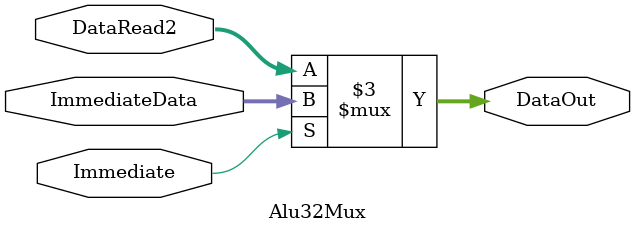
<source format=v>
module Alu32Mux(
	input [31:0] DataRead2,
	input [31:0] ImmediateData,
	input Immediate,
	output reg [31:0] DataOut
);

always@ (*)
begin
	if(Immediate)
		DataOut = ImmediateData;
	else
		DataOut = DataRead2;
end

endmodule

</source>
